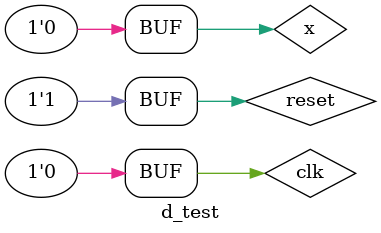
<source format=v>
`timescale 1ns / 1ps


module d_test();
    reg clk;
    reg x,reset;
    wire y;   
    Seq_D uut(clk,reset,x,y);
    initial begin
    reset=0; clk=0; x=0; #50;
    reset=0; clk=1; x=0; #50;
    reset=1; clk=0; x=0; #50;
    clk=1; x=0; #50;
    clk=0; #50;
    clk=1; x=1; #50;
    clk=0; #50;
    clk=1; x=1; #50;
    clk=0; #50;
    clk=1; x=0; #50;
    clk=0; #50;
    clk=1; x=1; #50;
    clk=0; #50;
    clk=1; x=0; #50;
    clk=0; #50;
    clk=1; x=1; #50;
    clk=0; #50;
    clk=1; x=0; #50;
    clk=0; #50;
    end
endmodule

</source>
